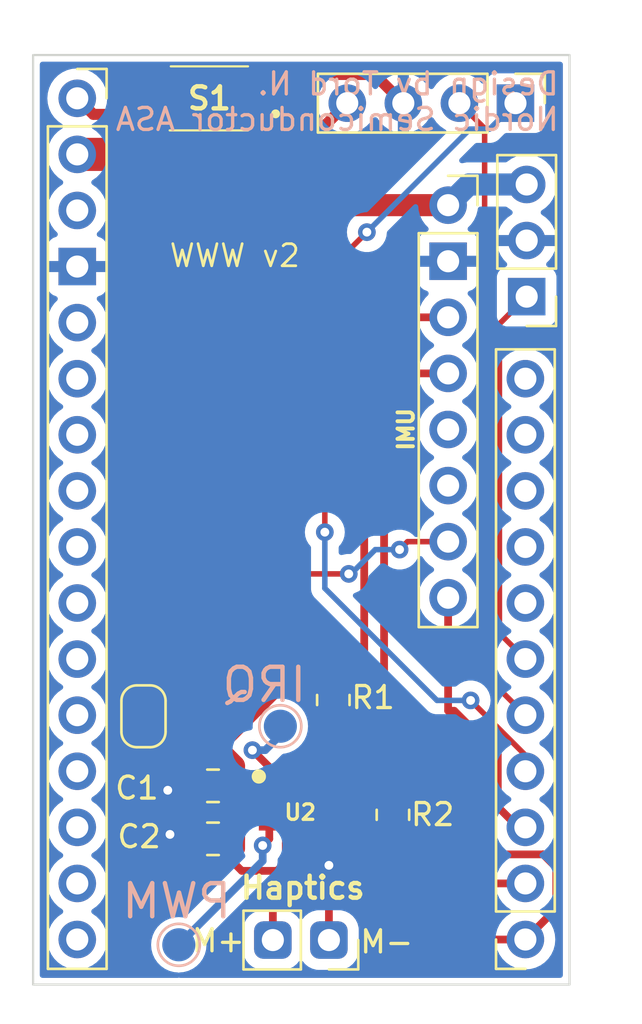
<source format=kicad_pcb>
(kicad_pcb (version 20240108) (generator "pcbnew") (generator_version "8.0")
  (layers (0 "F.Cu" signal) (31 "B.Cu" power) (34 "B.Paste" user) (35 "F.Paste" user) (36 "B.SilkS" user "B.Silkscreen") (37 "F.SilkS" user "F.Silkscreen") (38 "B.Mask" user) (39 "F.Mask" user) (44 "Edge.Cuts" user))
  (net 0 "")
  (net 1 "+3.3VA")
  (net 2 "GND")
  (net 3 "RST")
  (net 17 "SDA")
  (net 18 "SCL")
  (net 19 "P1.08")
  (net 20 "MIC_CLK")
  (net 21 "MIC_DOUT")
  (net 27 "/M-")
  (net 28 "/M+")
  (net 29 "+3.3V")
  (net 30 "/XDA")
  (net 31 "/XCL")
  (net 36 "/PWM")
  (net 37 "/IRQ")
  (net 38 "LED_DIN")
  (footprint "Connector_PinHeader_2.54mm:PinHeader_1x04_P2.54mm_Vertical" (layer "F.Cu") (at 103.251 30.48 -90)
    (property "Reference" "J5" (hide yes))
    (property "Value" "Conn_01x04")
    (fp_line (start -1.33 8.95) (end 1.33 8.95) (stroke (width 0.12)) (layer "F.SilkS"))
    (fp_line (start -1.33 1.27) (end -1.33 8.95) (stroke (width 0.12)) (layer "F.SilkS"))
    (fp_line (start -1.33 1.27) (end 1.33 1.27) (stroke (width 0.12)) (layer "F.SilkS"))
    (fp_line (start 1.33 1.27) (end 1.33 8.95) (stroke (width 0.12)) (layer "F.SilkS"))
    (fp_line (start -1.33 0) (end -1.33 -1.33) (stroke (width 0.12)) (layer "F.SilkS"))
    (fp_line (start -1.33 -1.33) (end 0 -1.33) (stroke (width 0.12)) (layer "F.SilkS"))
    (pad "1" thru_hole rect (at 0 0 270) (size 1.7 1.7) (drill 1) (layers "*.Cu" "*.Mask") (net 20 "MIC_CLK"))
    (pad "2" thru_hole oval (at 0 2.54 270) (size 1.7 1.7) (drill 1) (layers "*.Cu" "*.Mask") (net 21 "MIC_DOUT"))
    (pad "3" thru_hole oval (at 0 5.08 270) (size 1.7 1.7) (drill 1) (layers "*.Cu" "*.Mask") (net 2 "GND"))
    (pad "4" thru_hole oval (at 0 7.62 270) (size 1.7 1.7) (drill 1) (layers "*.Cu" "*.Mask") (net 29 "+3.3V"))
  )
  (footprint "Resistor_SMD:R_0805_2012Metric" (layer "F.Cu") (at 95 57.5125 -90)
    (property "Reference" "R1" (at -0.1125 -1.8 180) (layer "F.SilkS"))
    (property "Value" "4.7k" (hide yes))
    (fp_line (start -0.227064 0.735) (end 0.227064 0.735) (stroke (width 0.12)) (layer "F.SilkS"))
    (fp_line (start -0.227064 -0.735) (end 0.227064 -0.735) (stroke (width 0.12)) (layer "F.SilkS"))
    (pad "1" smd roundrect (at -0.9125 0 270) (size 1.025 1.4) (layers "F.Cu" "F.Paste" "F.Mask") (roundrect_rratio 0.243902439) (net 1 "+3.3VA"))
    (pad "2" smd roundrect (at 0.9125 0 270) (size 1.025 1.4) (layers "F.Cu" "F.Paste" "F.Mask") (roundrect_rratio 0.243902439) (net 18 "SCL"))
  )
  (footprint "Connector_PinSocket_2.54mm:PinSocket_1x11_P2.54mm_Vertical" (layer "F.Cu") (at 103.7 68.36 180)
    (property "Reference" "J2" (hide yes))
    (property "Value" "Conn_01x11_Socket" (hide yes))
    (fp_line (start 1.33 1.27) (end 1.33 26.73) (stroke (width 0.12)) (layer "F.SilkS"))
    (fp_line (start 1.33 -1.33) (end 1.33 0) (stroke (width 0.12)) (layer "F.SilkS"))
    (fp_line (start 0 -1.33) (end 1.33 -1.33) (stroke (width 0.12)) (layer "F.SilkS"))
    (fp_line (start -1.33 26.73) (end 1.33 26.73) (stroke (width 0.12)) (layer "F.SilkS"))
    (fp_line (start -1.33 1.27) (end 1.33 1.27) (stroke (width 0.12)) (layer "F.SilkS"))
    (fp_line (start -1.33 1.27) (end -1.33 26.73) (stroke (width 0.12)) (layer "F.SilkS"))
    (pad "1" thru_hole circle (at 0 0 180) (size 1.7 1.7) (drill 1) (layers "*.Cu" "*.Mask") (net 17 "SDA"))
    (pad "2" thru_hole oval (at 0 2.54 180) (size 1.7 1.7) (drill 1) (layers "*.Cu" "*.Mask") (net 18 "SCL"))
    (pad "3" thru_hole oval (at 0 5.08 180) (size 1.7 1.7) (drill 1) (layers "*.Cu" "*.Mask") (net 19 "P1.08"))
    (pad "4" thru_hole oval (at 0 7.62 180) (size 1.7 1.7) (drill 1) (layers "*.Cu" "*.Mask") (net 20 "MIC_CLK"))
    (pad "5" thru_hole oval (at 0 10.16 180) (size 1.7 1.7) (drill 1) (layers "*.Cu" "*.Mask") (net 21 "MIC_DOUT"))
    (pad "6" thru_hole oval (at 0 12.7 180) (size 1.7 1.7) (drill 1) (layers "*.Cu" "*.Mask") (net 38 "LED_DIN"))
    (pad "7" thru_hole oval (at 0 15.24 180) (size 1.7 1.7) (drill 1) (layers "*.Cu" "*.Mask"))
    (pad "8" thru_hole oval (at 0 17.78 180) (size 1.7 1.7) (drill 1) (layers "*.Cu" "*.Mask"))
    (pad "9" thru_hole oval (at 0 20.32 180) (size 1.7 1.7) (drill 1) (layers "*.Cu" "*.Mask"))
    (pad "10" thru_hole oval (at 0 22.86 180) (size 1.7 1.7) (drill 1) (layers "*.Cu" "*.Mask"))
    (pad "11" thru_hole oval (at 0 25.4 180) (size 1.7 1.7) (drill 1) (layers "*.Cu" "*.Mask"))
  )
  (footprint "Connector_PinSocket_2.54mm:PinSocket_1x08_P2.54mm_Vertical" (layer "F.Cu") (at 100.2 35.1)
    (property "Reference" "J4" (hide yes))
    (property "Value" "Conn_01x08_Socket" (hide yes))
    (fp_line (start -1.33 1.27) (end -1.33 19.11) (stroke (width 0.12)) (layer "F.SilkS"))
    (fp_line (start -1.33 1.27) (end 1.33 1.27) (stroke (width 0.12)) (layer "F.SilkS"))
    (fp_line (start -1.33 19.11) (end 1.33 19.11) (stroke (width 0.12)) (layer "F.SilkS"))
    (fp_line (start 0 -1.33) (end 1.33 -1.33) (stroke (width 0.12)) (layer "F.SilkS"))
    (fp_line (start 1.33 -1.33) (end 1.33 0) (stroke (width 0.12)) (layer "F.SilkS"))
    (fp_line (start 1.33 1.27) (end 1.33 19.11) (stroke (width 0.12)) (layer "F.SilkS"))
    (pad "1" thru_hole circle (at 0 0) (size 1.7 1.7) (drill 1) (layers "*.Cu" "*.Mask") (net 29 "+3.3V"))
    (pad "2" thru_hole rect (at 0 2.54) (size 1.7 1.7) (drill 1) (layers "*.Cu" "*.Mask") (net 2 "GND"))
    (pad "3" thru_hole oval (at 0 5.08) (size 1.7 1.7) (drill 1) (layers "*.Cu" "*.Mask") (net 18 "SCL"))
    (pad "4" thru_hole oval (at 0 7.62) (size 1.7 1.7) (drill 1) (layers "*.Cu" "*.Mask") (net 17 "SDA"))
    (pad "5" thru_hole oval (at 0 10.16) (size 1.7 1.7) (drill 1) (layers "*.Cu" "*.Mask") (net 30 "/XDA"))
    (pad "6" thru_hole oval (at 0 12.7) (size 1.7 1.7) (drill 1) (layers "*.Cu" "*.Mask") (net 31 "/XCL"))
    (pad "7" thru_hole oval (at 0 15.24) (size 1.7 1.7) (drill 1) (layers "*.Cu" "*.Mask") (net 29 "+3.3V"))
    (pad "8" thru_hole oval (at 0 17.78) (size 1.7 1.7) (drill 1) (layers "*.Cu" "*.Mask") (net 19 "P1.08"))
  )
  (footprint "Capacitor_SMD:C_0805_2012Metric" (layer "F.Cu") (at 89.55 61.4 180)
    (property "Reference" "C1" (at 3.45 -0.1 0) (layer "F.SilkS"))
    (property "Value" "0.1uF" (hide yes))
    (fp_line (start -0.261252 0.735) (end 0.261252 0.735) (stroke (width 0.12)) (layer "F.SilkS"))
    (fp_line (start -0.261252 -0.735) (end 0.261252 -0.735) (stroke (width 0.12)) (layer "F.SilkS"))
    (pad "1" smd roundrect (at -0.95 0 180) (size 1 1.45) (layers "F.Cu" "F.Paste" "F.Mask") (net 1 "+3.3VA"))
    (pad "2" smd roundrect (at 0.95 0 180) (size 1 1.45) (layers "F.Cu" "F.Paste" "F.Mask") (net 2 "GND"))
  )
  (footprint "Capacitor_SMD:C_0805_2012Metric" (layer "F.Cu") (at 89.55 63.8 180)
    (property "Reference" "C2" (at 3.35 0.1 0) (layer "F.SilkS"))
    (property "Value" "4.7uF" (hide yes))
    (fp_line (start -0.261252 0.735) (end 0.261252 0.735) (stroke (width 0.12)) (layer "F.SilkS"))
    (fp_line (start -0.261252 -0.735) (end 0.261252 -0.735) (stroke (width 0.12)) (layer "F.SilkS"))
    (pad "1" smd roundrect (at -0.95 0 180) (size 1 1.45) (layers "F.Cu" "F.Paste" "F.Mask") (net 1 "+3.3VA"))
    (pad "2" smd roundrect (at 0.95 0 180) (size 1 1.45) (layers "F.Cu" "F.Paste" "F.Mask") (net 2 "GND"))
  )
  (footprint "Connector_PinHeader_2.54mm:PinHeader_1x03_P2.54mm_Vertical" (layer "F.Cu") (at 103.759 39.243 180)
    (property "Reference" "J6" (hide yes))
    (property "Value" "Conn_01x03")
    (fp_line (start 1.33 1.27) (end 1.33 6.41) (stroke (width 0.12)) (layer "F.SilkS"))
    (fp_line (start -1.33 6.41) (end 1.33 6.41) (stroke (width 0.12)) (layer "F.SilkS"))
    (fp_line (start -1.33 1.27) (end 1.33 1.27) (stroke (width 0.12)) (layer "F.SilkS"))
    (fp_line (start -1.33 1.27) (end -1.33 6.41) (stroke (width 0.12)) (layer "F.SilkS"))
    (fp_line (start -1.33 0) (end -1.33 -1.33) (stroke (width 0.12)) (layer "F.SilkS"))
    (fp_line (start -1.33 -1.33) (end 0 -1.33) (stroke (width 0.12)) (layer "F.SilkS"))
    (pad "1" thru_hole rect (at 0 0 180) (size 1.7 1.7) (drill 1) (layers "*.Cu" "*.Mask") (net 38 "LED_DIN"))
    (pad "2" thru_hole oval (at 0 2.54 180) (size 1.7 1.7) (drill 1) (layers "*.Cu" "*.Mask") (net 2 "GND"))
    (pad "3" thru_hole oval (at 0 5.08 180) (size 1.7 1.7) (drill 1) (layers "*.Cu" "*.Mask") (net 29 "+3.3V"))
  )
  (footprint "EVQ-P7A01P:EVQP7J01P" (layer "F.Cu") (at 89.686 30.263 180)
    (property "Reference" "S1" (at 0.3 0 0) (layer "F.SilkS") (effects (font (thickness 0.2) (bold yes))))
    (property "Value" "EVQ-P7A01P" (hide yes))
    (fp_line (start -1.45 1.45) (end 2.05 1.45) (stroke (width 0.1)) (layer "F.SilkS"))
    (fp_line (start -1.45 -1.45) (end 2.1 -1.45) (stroke (width 0.1)) (layer "F.SilkS"))
    (fp_line (start -2.7 -0.6) (end -2.7 -0.6) (stroke (width 0.2)) (layer "F.SilkS"))
    (fp_line (start -2.7 -0.8) (end -2.7 -0.8) (stroke (width 0.2)) (layer "F.SilkS"))
    (fp_arc (start -2.7 -0.6) (mid -2.8 -0.7) (end -2.7 -0.8) (stroke (width 0.2)) (layer "F.SilkS"))
    (fp_arc (start -2.7 -0.8) (mid -2.6 -0.7) (end -2.7 -0.6) (stroke (width 0.2)) (layer "F.SilkS"))
    (pad "1" smd rect (at -1.5 -0.725 270) (size 1.05 1.4) (layers "F.Cu" "F.Paste" "F.Mask"))
    (pad "2" smd rect (at 2.1 -0.725 270) (size 1.05 1.4) (layers "F.Cu" "F.Paste" "F.Mask") (net 3 "RST"))
    (pad "3" smd rect (at -1.5 0.725 270) (size 1.05 1.4) (layers "F.Cu" "F.Paste" "F.Mask") (net 2 "GND"))
    (pad "4" smd rect (at 2.1 0.725 270) (size 1.05 1.4) (layers "F.Cu" "F.Paste" "F.Mask"))
  )
  (footprint "Connector_PinSocket_2.54mm:PinSocket_1x16_P2.54mm_Vertical" (layer "F.Cu") (at 83.4 30.26)
    (property "Reference" "J1" (hide yes))
    (property "Value" "Conn_01x16_Socket" (hide yes))
    (fp_line (start -1.33 1.27) (end -1.33 39.43) (stroke (width 0.12)) (layer "F.SilkS"))
    (fp_line (start -1.33 1.27) (end 1.33 1.27) (stroke (width 0.12)) (layer "F.SilkS"))
    (fp_line (start -1.33 39.43) (end 1.33 39.43) (stroke (width 0.12)) (layer "F.SilkS"))
    (fp_line (start 0 -1.33) (end 1.33 -1.33) (stroke (width 0.12)) (layer "F.SilkS"))
    (fp_line (start 1.33 -1.33) (end 1.33 0) (stroke (width 0.12)) (layer "F.SilkS"))
    (fp_line (start 1.33 1.27) (end 1.33 39.43) (stroke (width 0.12)) (layer "F.SilkS"))
    (pad "1" thru_hole circle (at 0 0) (size 1.7 1.7) (drill 1) (layers "*.Cu" "*.Mask") (net 3 "RST"))
    (pad "2" thru_hole oval (at 0 2.54) (size 1.7 1.7) (drill 1) (layers "*.Cu" "*.Mask") (net 29 "+3.3V"))
    (pad "3" thru_hole oval (at 0 5.08) (size 1.7 1.7) (drill 1) (layers "*.Cu" "*.Mask"))
    (pad "4" thru_hole rect (at 0 7.62) (size 1.7 1.7) (drill 1) (layers "*.Cu" "*.Mask") (net 2 "GND"))
    (pad "5" thru_hole oval (at 0 10.16) (size 1.7 1.7) (drill 1) (layers "*.Cu" "*.Mask"))
    (pad "6" thru_hole oval (at 0 12.7) (size 1.7 1.7) (drill 1) (layers "*.Cu" "*.Mask"))
    (pad "7" thru_hole oval (at 0 15.24) (size 1.7 1.7) (drill 1) (layers "*.Cu" "*.Mask"))
    (pad "8" thru_hole oval (at 0 17.78) (size 1.7 1.7) (drill 1) (layers "*.Cu" "*.Mask"))
    (pad "9" thru_hole oval (at 0 20.32) (size 1.7 1.7) (drill 1) (layers "*.Cu" "*.Mask"))
    (pad "10" thru_hole oval (at 0 22.86) (size 1.7 1.7) (drill 1) (layers "*.Cu" "*.Mask"))
    (pad "11" thru_hole oval (at 0 25.4) (size 1.7 1.7) (drill 1) (layers "*.Cu" "*.Mask"))
    (pad "12" thru_hole oval (at 0 27.94) (size 1.7 1.7) (drill 1) (layers "*.Cu" "*.Mask"))
    (pad "13" thru_hole oval (at 0 30.48) (size 1.7 1.7) (drill 1) (layers "*.Cu" "*.Mask"))
    (pad "14" thru_hole oval (at 0 33.02) (size 1.7 1.7) (drill 1) (layers "*.Cu" "*.Mask"))
    (pad "15" thru_hole oval (at 0 35.56) (size 1.7 1.7) (drill 1) (layers "*.Cu" "*.Mask"))
    (pad "16" thru_hole oval (at 0 38.1) (size 1.7 1.7) (drill 1) (layers "*.Cu" "*.Mask"))
  )
  (footprint "Connector_PinSocket_2.54mm:PinSocket_1x02_P2.54mm_Vertical" (layer "F.Cu") (at 94.8 68.385 -90)
    (property "Reference" "J3" (hide yes))
    (property "Value" "Conn_01x02_Socket" (hide yes))
    (fp_line (start -1.33 3.87) (end 1.33 3.87) (stroke (width 0.12)) (layer "F.SilkS"))
    (fp_line (start -1.33 1.27) (end -1.33 3.87) (stroke (width 0.12)) (layer "F.SilkS"))
    (fp_line (start -1.33 1.27) (end 1.33 1.27) (stroke (width 0.12)) (layer "F.SilkS"))
    (fp_line (start 1.33 1.27) (end 1.33 3.87) (stroke (width 0.12)) (layer "F.SilkS"))
    (fp_line (start 0 -1.33) (end 1.33 -1.33) (stroke (width 0.12)) (layer "F.SilkS"))
    (fp_line (start 1.33 -1.33) (end 1.33 0) (stroke (width 0.12)) (layer "F.SilkS"))
    (pad "1" thru_hole roundrect (at 0 0 270) (size 1.7 1.7) (drill 1) (layers "*.Cu" "*.Mask") (chamfer_ratio 0.2) (chamfer) (net 27 "/M-"))
    (pad "2" thru_hole roundrect (at 0 2.54 270) (size 1.7 1.7) (drill 1) (layers "*.Cu" "*.Mask") (chamfer_ratio 0.2) (chamfer) (net 28 "/M+"))
  )
  (footprint "DA7280:QFN65P300X300X84-12N" (layer "F.Cu") (at 93.5 62.6)
    (property "Reference" "U2" (at 0 0 0) (layer "F.SilkS") (effects (font (size 0.7 0.7))))
    (property "Value" "DA7280-00FVC" (hide yes))
    (fp_circle (center -1.8745 -1.625) (end -1.8745 -1.4625) (stroke (width 0.325)) (fill none) (layer "F.SilkS"))
    (pad "1" smd rect (at -1.4 -0.65 90) (size 0.35 0.95) (layers "F.Cu" "F.Paste" "F.Mask"))
    (pad "2" smd rect (at -1.4 0 90) (size 0.35 0.95) (layers "F.Cu" "F.Paste" "F.Mask"))
    (pad "3" smd rect (at -1.4 0.65 90) (size 0.35 0.95) (layers "F.Cu" "F.Paste" "F.Mask") (net 36 "/PWM"))
    (pad "4" smd rect (at -0.65 1.4) (size 0.35 0.95) (layers "F.Cu" "F.Paste" "F.Mask") (net 1 "+3.3VA"))
    (pad "5" smd rect (at 0 1.4) (size 0.35 0.95) (layers "F.Cu" "F.Paste" "F.Mask") (net 28 "/M+"))
    (pad "6" smd rect (at 0.65 1.4) (size 0.35 0.95) (layers "F.Cu" "F.Paste" "F.Mask") (net 2 "GND"))
    (pad "7" smd rect (at 1.4 0.65 90) (size 0.35 0.95) (layers "F.Cu" "F.Paste" "F.Mask") (net 2 "GND"))
    (pad "8" smd rect (at 1.4 0 90) (size 0.35 0.95) (layers "F.Cu" "F.Paste" "F.Mask") (net 27 "/M-"))
    (pad "9" smd rect (at 1.4 -0.65 90) (size 0.35 0.95) (layers "F.Cu" "F.Paste" "F.Mask") (net 1 "+3.3VA"))
    (pad "10" smd rect (at 0.65 -1.4) (size 0.35 0.95) (layers "F.Cu" "F.Paste" "F.Mask") (net 17 "SDA"))
    (pad "11" smd rect (at 0 -1.4) (size 0.35 0.95) (layers "F.Cu" "F.Paste" "F.Mask") (net 18 "SCL"))
    (pad "12" smd rect (at -0.65 -1.4) (size 0.35 0.95) (layers "F.Cu" "F.Paste" "F.Mask") (net 37 "/IRQ"))
  )
  (footprint "Resistor_SMD:R_0805_2012Metric" (layer "F.Cu") (at 97.7 62.7125 90)
    (property "Reference" "R2" (at 0.0125 1.8 180) (layer "F.SilkS"))
    (property "Value" "4.7k")
    (fp_line (start -0.227064 -0.735) (end 0.227064 -0.735) (stroke (width 0.12)) (layer "F.SilkS"))
    (fp_line (start -0.227064 0.735) (end 0.227064 0.735) (stroke (width 0.12)) (layer "F.SilkS"))
    (pad "1" smd roundrect (at -0.9125 0 90) (size 1.025 1.4) (layers "F.Cu" "F.Paste" "F.Mask") (roundrect_rratio 0.243902439) (net 1 "+3.3VA"))
    (pad "2" smd roundrect (at 0.9125 0 90) (size 1.025 1.4) (layers "F.Cu" "F.Paste" "F.Mask") (roundrect_rratio 0.243902439) (net 17 "SDA"))
  )
  (footprint "Jumper:SolderJumper-2_P1.3mm_Bridged_RoundedPad1.0x1.5mm" (layer "F.Cu") (at 86.4 58.25 90)
    (property "Reference" "JP1" (hide yes))
    (property "Value" "SolderJumper_2_Bridged" (hide yes))
    (fp_poly (pts (xy 0.25 -0.3) (xy -0.25 -0.3) (xy -0.25 0.3) (xy 0.25 0.3)) (fill solid) (layer "F.Cu"))
    (fp_line (start -0.7 -1) (end 0.7 -1) (stroke (width 0.12)) (layer "F.SilkS"))
    (fp_line (start 1.4 -0.3) (end 1.4 0.3) (stroke (width 0.12)) (layer "F.SilkS"))
    (fp_line (start -1.4 0.3) (end -1.4 -0.3) (stroke (width 0.12)) (layer "F.SilkS"))
    (fp_line (start 0.7 1) (end -0.7 1) (stroke (width 0.12)) (layer "F.SilkS"))
    (fp_arc (start 0.7 -1) (mid 1.194975 -0.794975) (end 1.4 -0.3) (stroke (width 0.12)) (layer "F.SilkS"))
    (fp_arc (start -1.4 -0.3) (mid -1.194975 -0.794975) (end -0.7 -1) (stroke (width 0.12)) (layer "F.SilkS"))
    (fp_arc (start 1.4 0.3) (mid 1.194975 0.794975) (end 0.7 1) (stroke (width 0.12)) (layer "F.SilkS"))
    (fp_arc (start -0.7 1) (mid -1.194975 0.794975) (end -1.4 0.3) (stroke (width 0.12)) (layer "F.SilkS"))
    (pad "1" smd custom (at -0.65 0 90) (size 1 0.5) (layers "F.Cu" "F.Mask") (net 1 "+3.3VA") (options (clearance outline) (anchor rect)) (primitives (gr_circle (center 0 0.25) (end 0.5 0.25) (width 0) (fill yes)) (gr_circle (center 0 -0.25) (end 0.5 -0.25) (width 0) (fill yes)) (gr_poly (pts (xy 0.5 0.75) (xy 0 0.75) (xy 0 -0.75) (xy 0.5 -0.75)) (width 0) (fill yes))))
    (pad "2" smd custom (at 0.65 0 90) (size 1 0.5) (layers "F.Cu" "F.Mask") (net 29 "+3.3V") (options (clearance outline) (anchor rect)) (primitives (gr_circle (center 0 0.25) (end 0.5 0.25) (width 0) (fill yes)) (gr_circle (center 0 -0.25) (end 0.5 -0.25) (width 0) (fill yes)) (gr_poly (pts (xy 0 0.75) (xy -0.5 0.75) (xy -0.5 -0.75) (xy 0 -0.75)) (width 0) (fill yes))))
  )
  (footprint "TestPoint:TestPoint_Pad_D1.5mm" (layer "B.Cu") (at 88 68.6 180)
    (property "Reference" "TP1" (hide yes))
    (property "Value" "TestPoint")
    (fp_circle (center 0 0) (end 0 -0.95) (stroke (width 0.12)) (fill none) (layer "B.SilkS"))
    (pad "1" smd circle (at 0 0 180) (size 1.5 1.5) (property pad_prop_testpoint) (layers "B.Cu" "B.Mask") (net 36 "/PWM"))
  )
  (footprint "TestPoint:TestPoint_Pad_D1.5mm" (layer "B.Cu") (at 92.6 58.7 180)
    (property "Reference" "TP2" (hide yes))
    (property "Value" "TestPoint")
    (fp_circle (center 0 0) (end 0 -0.95) (stroke (width 0.12)) (fill none) (layer "B.SilkS"))
    (pad "1" smd circle (at 0 0 180) (size 1.5 1.5) (property pad_prop_testpoint) (layers "B.Cu" "B.Mask") (net 37 "/IRQ"))
  )
  (gr_rect (start 81.4 28.3) (end 105.7 70.4) (stroke (width 0.1)) (fill none) (layer "Edge.Cuts"))
  (gr_text "Design by Tord N.\nNordic Semiconductor ASA" (at 105.3 31.8 0) (layer "B.SilkS") (effects (font (size 1 1)) (justify left bottom mirror)))
  (gr_text "PWM" (at 90.5 67.5 0) (layer "B.SilkS") (effects (font (size 1.5 1.5) (thickness 0.2)) (justify left bottom mirror)))
  (gr_text "IRQ" (at 93.9 57.7 0) (layer "B.SilkS") (effects (font (size 1.5 1.5) (thickness 0.2)) (justify left bottom mirror)))
  (gr_text "WWW v2" (at 87.503 37.973 0) (layer "F.SilkS") (effects (font (size 1 1) (thickness 0.125)) (justify left bottom)))
  (gr_text "IMU\n" (at 98.7 46.3 90) (layer "F.SilkS") (effects (font (size 0.7 0.7) (thickness 0.175) (bold yes)) (justify left bottom)))
  (gr_text "M-" (at 96.13 69.05 0) (layer "F.SilkS") (effects (font (size 1 1)) (justify left bottom)))
  (gr_text "Haptics" (at 90.7 66.6 0) (layer "F.SilkS") (effects (font (size 1 1) (thickness 0.2) (bold yes)) (justify left bottom)))
  (gr_text "M+" (at 88.5 69 0) (layer "F.SilkS") (effects (font (size 1 1)) (justify left bottom)))
  (segment (start 86.4 58.9) (end 87.1 59.6) (width 1) (layer "F.Cu") (net 1))
  (segment (start 92.95 63.9) (end 92.95 63.25) (width 0.35) (layer "F.Cu") (net 1))
  (segment (start 92.95 63.25) (end 94.15 62.05) (width 0.35) (layer "F.Cu") (net 1))
  (segment (start 90.5 60.5) (end 90.5 61.4) (width 1) (layer "F.Cu") (net 1))
  (segment (start 94.15 62.05) (end 94.8 62.05) (width 0.35) (layer "F.Cu") (net 1))
  (segment (start 92.85 64) (end 92.95 63.9) (width 0.35) (layer "F.Cu") (net 1))
  (segment (start 89.6 59.6) (end 90.5 60.5) (width 1) (layer "F.Cu") (net 1))
  (segment (start 92.85 64) (end 92.85 64.85) (width 0.35) (layer "F.Cu") (net 1))
  (segment (start 92.6 56.6) (end 89.6 59.6) (width 1) (layer "F.Cu") (net 1))
  (segment (start 96.025 61.95) (end 97.7 63.625) (width 0.35) (layer "F.Cu") (net 1))
  (segment (start 87.1 59.6) (end 89.6 59.6) (width 1) (layer "F.Cu") (net 1))
  (segment (start 90.85 65.25) (end 90.5 64.9) (width 0.35) (layer "F.Cu") (net 1))
  (segment (start 92.85 64.85) (end 92.45 65.25) (width 0.35) (layer "F.Cu") (net 1))
  (segment (start 90.5 61.4) (end 90.5 63.8) (width 1) (layer "F.Cu") (net 1))
  (segment (start 92.45 65.25) (end 90.85 65.25) (width 0.35) (layer "F.Cu") (net 1))
  (segment (start 95 56.6) (end 92.6 56.6) (width 1) (layer "F.Cu") (net 1))
  (segment (start 90.5 64.9) (end 90.5 63.8) (width 0.35) (layer "F.Cu") (net 1))
  (segment (start 94.8 62.05) (end 94.9 61.95) (width 0.35) (layer "F.Cu") (net 1))
  (segment (start 94.9 61.95) (end 96.025 61.95) (width 0.35) (layer "F.Cu") (net 1))
  (segment (start 96.871 29.18) (end 98.171 30.48) (width 0.5) (layer "F.Cu") (net 2))
  (segment (start 94.9 63.7) (end 94.6 64) (width 0.35) (layer "F.Cu") (net 2))
  (segment (start 88.6 61.4) (end 87.7 61.4) (width 1) (layer "F.Cu") (net 2))
  (segment (start 91.186 29.538) (end 91.342 29.538) (width 0.127) (layer "F.Cu") (net 2))
  (segment (start 95 64.8) (end 94.8 65) (width 0.35) (layer "F.Cu") (net 2))
  (segment (start 87.8 63.8) (end 87.6 63.6) (width 1) (layer "F.Cu") (net 2))
  (segment (start 94.15 64) (end 94.6 64) (width 0.35) (layer "F.Cu") (net 2))
  (segment (start 91.342 29.538) (end 91.4405 29.4395) (width 0.127) (layer "F.Cu") (net 2))
  (segment (start 94.6 64) (end 95 64.4) (width 0.35) (layer "F.Cu") (net 2))
  (segment (start 95 64.4) (end 95 64.8) (width 0.35) (layer "F.Cu") (net 2))
  (segment (start 91.544 29.18) (end 96.871 29.18) (width 0.5) (layer "F.Cu") (net 2))
  (segment (start 94.9 63.25) (end 94.9 63.7) (width 0.35) (layer "F.Cu") (net 2))
  (segment (start 91.186 29.538) (end 91.544 29.18) (width 0.5) (layer "F.Cu") (net 2))
  (segment (start 87.7 61.4) (end 87.5 61.6) (width 1) (layer "F.Cu") (net 2))
  (segment (start 88.6 63.8) (end 87.8 63.8) (width 1) (layer "F.Cu") (net 2))
  (via (at 87.5 61.6) (size 0.8) (drill 0.4) (layers "F.Cu" "B.Cu") (net 2))
  (via (at 87.6 63.6) (size 0.8) (drill 0.4) (layers "F.Cu" "B.Cu") (net 2))
  (via (at 94.8 65) (size 0.8) (drill 0.4) (layers "F.Cu" "B.Cu") (net 2))
  (segment (start 84.128 30.988) (end 83.4 30.26) (width 0.5) (layer "F.Cu") (net 3))
  (segment (start 87.586 30.988) (end 84.128 30.988) (width 0.5) (layer "F.Cu") (net 3))
  (segment (start 94.15 60.35) (end 94.3 60.2) (width 0.35) (layer "F.Cu") (net 17))
  (segment (start 100.1 60.2) (end 100.7 60.8) (width 0.35) (layer "F.Cu") (net 17))
  (segment (start 105.1 65.1) (end 104.5 64.5) (width 0.35) (layer "F.Cu") (net 17))
  (segment (start 105.1 66.96) (end 105.1 65.1) (width 0.35) (layer "F.Cu") (net 17))
  (segment (start 101.9 60.2) (end 100.6 58.9) (width 0.35) (layer "F.Cu") (net 17))
  (segment (start 99.1 58.9) (end 97.3 57.1) (width 0.35) (layer "F.Cu") (net 17))
  (segment (start 94.15 61.2) (end 94.15 60.35) (width 0.35) (layer "F.Cu") (net 17))
  (segment (start 98.48 42.72) (end 100.2 42.72) (width 0.35) (layer "F.Cu") (net 17))
  (segment (start 97.3 57.1) (end 97.3 43.9) (width 0.35) (layer "F.Cu") (net 17))
  (segment (start 97.7 61.8) (end 97.7 60.2) (width 0.35) (layer "F.Cu") (net 17))
  (segment (start 102.06 68.36) (end 103.7 68.36) (width 0.35) (layer "F.Cu") (net 17))
  (segment (start 104.5 64.5) (end 104.495 64.505) (width 0.35) (layer "F.Cu") (net 17))
  (segment (start 97.3 43.9) (end 98.48 42.72) (width 0.35) (layer "F.Cu") (net 17))
  (segment (start 102.705 64.505) (end 101.9 63.7) (width 0.35) (layer "F.Cu") (net 17))
  (segment (start 100.7 60.8) (end 100.7 67) (width 0.35) (layer "F.Cu") (net 17))
  (segment (start 94.3 60.2) (end 97.7 60.2) (width 0.35) (layer "F.Cu") (net 17))
  (segment (start 101.9 63.7) (end 101.9 60.2) (width 0.35) (layer "F.Cu") (net 17))
  (segment (start 104.495 64.505) (end 102.705 64.505) (width 0.35) (layer "F.Cu") (net 17))
  (segment (start 100.6 58.9) (end 99.1 58.9) (width 0.35) (layer "F.Cu") (net 17))
  (segment (start 100.7 67) (end 102.06 68.36) (width 0.35) (layer "F.Cu") (net 17))
  (segment (start 97.7 60.2) (end 100.1 60.2) (width 0.35) (layer "F.Cu") (net 17))
  (segment (start 103.7 68.36) (end 105.1 66.96) (width 0.35) (layer "F.Cu") (net 17))
  (segment (start 95 59.5) (end 94.9 59.6) (width 0.35) (layer "F.Cu") (net 18))
  (segment (start 96.4 41.7) (end 97.92 40.18) (width 0.35) (layer "F.Cu") (net 18))
  (segment (start 101.3 65.5) (end 101.3 60.6) (width 0.35) (layer "F.Cu") (net 18))
  (segment (start 101.3 60.6) (end 100.3 59.6) (width 0.35) (layer "F.Cu") (net 18))
  (segment (start 95 58.425) (end 95 59.5) (width 0.35) (layer "F.Cu") (net 18))
  (segment (start 103.7 65.82) (end 101.62 65.82) (width 0.35) (layer "F.Cu") (net 18))
  (segment (start 98.8 59.6) (end 96.4 57.2) (width 0.35) (layer "F.Cu") (net 18))
  (segment (start 94.122182 59.6) (end 93.5 60.222182) (width 0.35) (layer "F.Cu") (net 18))
  (segment (start 94.9 59.6) (end 94.122182 59.6) (width 0.35) (layer "F.Cu") (net 18))
  (segment (start 98.8 59.6) (end 94.9 59.6) (width 0.35) (layer "F.Cu") (net 18))
  (segment (start 100.3 59.6) (end 98.8 59.6) (width 0.35) (layer "F.Cu") (net 18))
  (segment (start 96.4 57.2) (end 96.4 41.7) (width 0.35) (layer "F.Cu") (net 18))
  (segment (start 97.92 40.18) (end 100.2 40.18) (width 0.35) (layer "F.Cu") (net 18))
  (segment (start 101.62 65.82) (end 101.3 65.5) (width 0.35) (layer "F.Cu") (net 18))
  (segment (start 93.5 60.222182) (end 93.5 61.2) (width 0.35) (layer "F.Cu") (net 18))
  (segment (start 102.45 59.972182) (end 100.477818 58) (width 0.35) (layer "F.Cu") (net 19))
  (segment (start 102.45 62.35) (end 102.45 59.972182) (width 0.35) (layer "F.Cu") (net 19))
  (segment (start 100.477818 58) (end 100.2 58) (width 0.35) (layer "F.Cu") (net 19))
  (segment (start 103.7 63.28) (end 103.38 63.28) (width 0.35) (layer "F.Cu") (net 19))
  (segment (start 103.38 63.28) (end 102.45 62.35) (width 0.35) (layer "F.Cu") (net 19))
  (segment (start 100.2 58) (end 100.2 52.88) (width 0.35) (layer "F.Cu") (net 19))
  (segment (start 94.615 49.911) (end 94.615 38.227) (width 0.25) (layer "F.Cu") (net 20))
  (segment (start 103.7 60.012) (end 101.219 57.531) (width 0.25) (layer "F.Cu") (net 20))
  (segment (start 94.615 38.227) (end 96.52 36.322) (width 0.25) (layer "F.Cu") (net 20))
  (segment (start 103.7 60.74) (end 103.7 60.012) (width 0.25) (layer "F.Cu") (net 20))
  (via (at 94.615 49.911) (size 0.8) (drill 0.4) (layers "F.Cu" "B.Cu") (net 20))
  (via (at 101.219 57.531) (size 0.8) (drill 0.4) (layers "F.Cu" "B.Cu") (net 20))
  (via (at 96.52 36.322) (size 0.8) (drill 0.4) (layers "F.Cu" "B.Cu") (net 20))
  (segment (start 99.695 57.531) (end 94.615 52.451) (width 0.25) (layer "B.Cu") (net 20))
  (segment (start 96.52 36.322) (end 101.187 31.655) (width 0.25) (layer "B.Cu") (net 20))
  (segment (start 101.219 57.531) (end 99.695 57.531) (width 0.25) (layer "B.Cu") (net 20))
  (segment (start 94.615 52.451) (end 94.615 49.911) (width 0.25) (layer "B.Cu") (net 20))
  (segment (start 103.158299 30.48) (end 103.251 30.48) (width 0.25) (layer "B.Cu") (net 20))
  (segment (start 102.076 31.655) (end 103.251 30.48) (width 0.25) (layer "B.Cu") (net 20))
  (segment (start 101.187 31.655) (end 102.076 31.655) (width 0.25) (layer "B.Cu") (net 20))
  (segment (start 101.854 56.354) (end 101.854 31.623) (width 0.25) (layer "F.Cu") (net 21))
  (segment (start 101.854 31.623) (end 100.711 30.48) (width 0.25) (layer "F.Cu") (net 21))
  (segment (start 103.7 58.2) (end 101.854 56.354) (width 0.25) (layer "F.Cu") (net 21))
  (segment (start 94.8 66.2) (end 94.8 68.385) (width 0.35) (layer "F.Cu") (net 27))
  (segment (start 96.1 62.9) (end 96.1 64.9) (width 0.35) (layer "F.Cu") (net 27))
  (segment (start 95.8 62.6) (end 96.1 62.9) (width 0.35) (layer "F.Cu") (net 27))
  (segment (start 96.1 64.9) (end 94.8 66.2) (width 0.35) (layer "F.Cu") (net 27))
  (segment (start 94.9 62.6) (end 95.8 62.6) (width 0.35) (layer "F.Cu") (net 27))
  (segment (start 93.5 65) (end 92.26 66.24) (width 0.35) (layer "F.Cu") (net 28))
  (segment (start 92.26 66.24) (end 92.26 68.385) (width 0.35) (layer "F.Cu") (net 28))
  (segment (start 93.5 64) (end 93.5 65) (width 0.35) (layer "F.Cu") (net 28))
  (segment (start 95.631 30.48) (end 91.011 35.1) (width 0.5) (layer "F.Cu") (net 29))
  (segment (start 85.9 36.8) (end 87.6 35.1) (width 1) (layer "F.Cu") (net 29))
  (segment (start 100.2 50.34) (end 98.3615 50.34) (width 0.25) (layer "F.Cu") (net 29))
  (segment (start 98.3615 50.34) (end 98.0015 50.7) (width 0.25) (layer "F.Cu") (net 29))
  (segment (start 95.6985 51.8) (end 92.2 51.8) (width 0.25) (layer "F.Cu") (net 29))
  (segment (start 92.2 51.8) (end 86.4 57.6) (width 0.25) (layer "F.Cu") (net 29))
  (segment (start 91.011 35.1) (end 87.6 35.1) (width 0.5) (layer "F.Cu") (net 29))
  (segment (start 85.3 32.8) (end 87.6 35.1) (width 1.5) (layer "F.Cu") (net 29))
  (segment (start 85.9 36.8) (end 85.9 57.1) (width 1) (layer "F.Cu") (net 29))
  (segment (start 85.9 57.1) (end 86.4 57.6) (width 1) (layer "F.Cu") (net 29))
  (segment (start 87.6 35.1) (end 100.2 35.1) (width 1) (layer "F.Cu") (net 29))
  (segment (start 83.4 32.8) (end 85.3 32.8) (width 1.5) (layer "F.Cu") (net 29))
  (via (at 95.6985 51.8) (size 0.8) (drill 0.4) (layers "F.Cu" "B.Cu") (net 29))
  (via (at 98.0015 50.7) (size 0.8) (drill 0.4) (layers "F.Cu" "B.Cu") (net 29))
  (segment (start 96.9 50.7) (end 95.8 51.8) (width 0.25) (layer "B.Cu") (net 29))
  (segment (start 98.0015 50.7) (end 96.9 50.7) (width 0.25) (layer "B.Cu") (net 29))
  (segment (start 101.137 34.163) (end 103.759 34.163) (width 1) (layer "B.Cu") (net 29))
  (segment (start 95.8 51.8) (end 95.6985 51.8) (width 0.25) (layer "B.Cu") (net 29))
  (segment (start 100.2 35.1) (end 101.137 34.163) (width 1) (layer "B.Cu") (net 29))
  (segment (start 92.1 63.8) (end 91.8 64.1) (width 0.35) (layer "F.Cu") (net 36))
  (segment (start 92.1 63.25) (end 92.1 63.8) (width 0.35) (layer "F.Cu") (net 36))
  (via (at 91.8 64.1) (size 0.8) (drill 0.4) (layers "F.Cu" "B.Cu") (net 36))
  (segment (start 91.8 64.1) (end 91.8 64.8) (width 0.35) (layer "B.Cu") (net 36))
  (segment (start 91.8 64.8) (end 91.2 65.4) (width 0.35) (layer "B.Cu") (net 36))
  (segment (start 91.2 65.4) (end 87.9 68.7) (width 0.35) (layer "B.Cu") (net 36))
  (segment (start 92.85 61.2) (end 92.750348 61.2) (width 0.35) (layer "F.Cu") (net 37))
  (segment (start 92.750348 61.2) (end 91.334803 59.784455) (width 0.35) (layer "F.Cu") (net 37))
  (via (at 91.334803 59.784455) (size 0.8) (drill 0.4) (layers "F.Cu" "B.Cu") (net 37))
  (segment (start 91.915545 59.784455) (end 92.6 59.1) (width 0.35) (layer "B.Cu") (net 37))
  (segment (start 91.334803 59.784455) (end 91.915545 59.784455) (width 0.35) (layer "B.Cu") (net 37))
  (segment (start 103.7 55.66) (end 102.525 54.485) (width 0.25) (layer "F.Cu") (net 38))
  (segment (start 102.525 54.485) (end 102.525 40.477) (width 0.25) (layer "F.Cu") (net 38))
  (segment (start 102.525 40.477) (end 103.759 39.243) (width 0.25) (layer "F.Cu") (net 38))
  (zone (net 2) (net_name "GND") (layer "B.Cu") (name "Bot_GND_Plane") (connect_pads (clearance 0.5)) (min_thickness 0.25) (fill yes (thermal_gap 0.5) (thermal_bridge_width 0.5))
    (polygon (pts (xy 80.7 26.9) (xy 79.9 72.2) (xy 107.3 72.2) (xy 109 25.9) (xy 80.3 26.1)))
  )
)
</source>
